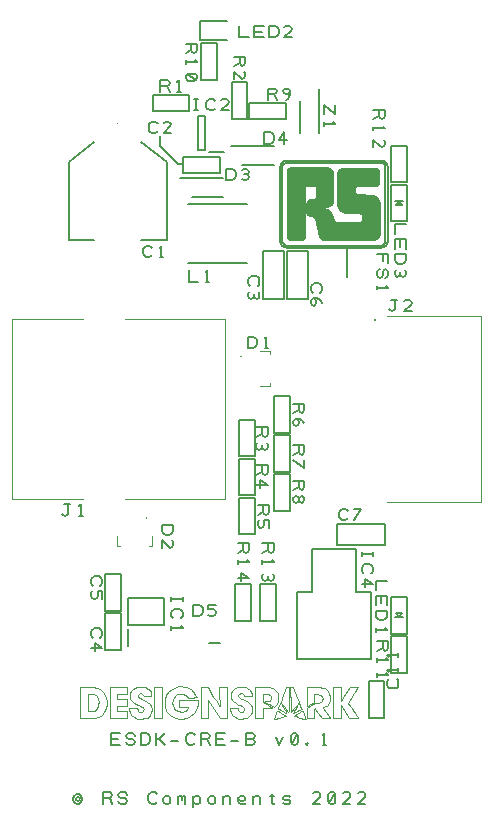
<source format=gbr>
G04 DesignSpark PCB PRO Gerber Version 10.0 Build 5299*
G04 #@! TF.Part,Single*
G04 #@! TF.FileFunction,Legend,Top*
G04 #@! TF.FilePolarity,Positive*
%FSLAX36Y36*%
%MOIN*%
%ADD111C,0.00197*%
%ADD70C,0.00300*%
%ADD71C,0.00394*%
%ADD17C,0.00500*%
%ADD18C,0.00787*%
%ADD19C,0.00800*%
G04 #@! TD.AperFunction*
X0Y0D02*
D02*
D17*
X212598Y1031374D02*
X215724Y1028248D01*
X221972Y1025122D01*
X228224Y1028248D01*
X231350Y1031374D01*
Y1062622D01*
X237598D01*
X231350D02*
X218850D01*
X268850Y1025122D02*
X281350D01*
X275098D02*
Y1062622D01*
X268850Y1056374D01*
X248031Y76992D02*
Y80118D01*
X251157Y89492D01*
X254283Y92618D01*
X260531Y95744D01*
X266783D01*
X273031Y92618D01*
X276157Y89492D01*
X279283Y80118D01*
Y76992D01*
X276157Y70744D01*
X273031Y67618D01*
X266783Y64492D01*
X260531D01*
X254283Y67618D01*
X251157Y70744D01*
X248031Y76992D01*
X269906D02*
X263657Y73870D01*
X257406Y76992D01*
Y83244D01*
X263657Y86370D01*
X269906Y83244D01*
X348031Y64492D02*
Y101992D01*
X369906D01*
X376157Y98870D01*
X379283Y92618D01*
X376157Y86370D01*
X369906Y83244D01*
X348031D01*
X369906D02*
X379283Y64492D01*
X398031Y73870D02*
X401157Y67618D01*
X407406Y64492D01*
X419906D01*
X426157Y67618D01*
X429283Y73870D01*
X426157Y80118D01*
X419906Y83244D01*
X407406D01*
X401157Y86370D01*
X398031Y92618D01*
X401157Y98870D01*
X407406Y101992D01*
X419906D01*
X426157Y98870D01*
X429283Y92618D01*
X529283Y70744D02*
X526157Y67618D01*
X519906Y64492D01*
X510531D01*
X504283Y67618D01*
X501157Y70744D01*
X498031Y76992D01*
Y89492D01*
X501157Y95744D01*
X504283Y98870D01*
X510531Y101992D01*
X519906D01*
X526157Y98870D01*
X529283Y95744D01*
X548031Y73870D02*
X551157Y67618D01*
X557406Y64492D01*
X563657D01*
X569906Y67618D01*
X573031Y73870D01*
Y80118D01*
X569906Y86370D01*
X563657Y89492D01*
X557406D01*
X551157Y86370D01*
X548031Y80118D01*
Y73870D01*
X598031Y64492D02*
Y89492D01*
Y86370D02*
X601157Y89492D01*
X607406D01*
X610531Y86370D01*
Y76992D01*
Y86370D02*
X613657Y89492D01*
X619906D01*
X623031Y86370D01*
Y64492D01*
X648031Y89492D02*
Y55118D01*
Y73870D02*
X651157Y67618D01*
X657406Y64492D01*
X663657D01*
X669906Y67618D01*
X673031Y73870D01*
Y80118D01*
X669906Y86370D01*
X663657Y89492D01*
X657406D01*
X651157Y86370D01*
X648031Y80118D01*
Y73870D01*
X698031D02*
X701157Y67618D01*
X707406Y64492D01*
X713657D01*
X719906Y67618D01*
X723031Y73870D01*
Y80118D01*
X719906Y86370D01*
X713657Y89492D01*
X707406D01*
X701157Y86370D01*
X698031Y80118D01*
Y73870D01*
X748031Y64492D02*
Y89492D01*
Y80118D02*
X751157Y86370D01*
X757406Y89492D01*
X763657D01*
X769906Y86370D01*
X773031Y80118D01*
Y64492D01*
X823031Y67618D02*
X819906Y64492D01*
X813657D01*
X807406D01*
X801157Y67618D01*
X798031Y73870D01*
Y83244D01*
X801157Y86370D01*
X807406Y89492D01*
X813657D01*
X819906Y86370D01*
X823031Y83244D01*
Y80118D01*
X819906Y76992D01*
X813657Y73870D01*
X807406D01*
X801157Y76992D01*
X798031Y80118D01*
X848031Y64492D02*
Y89492D01*
Y80118D02*
X851157Y86370D01*
X857406Y89492D01*
X863657D01*
X869906Y86370D01*
X873031Y80118D01*
Y64492D01*
X903240Y89492D02*
X917823D01*
X910531Y95744D02*
Y67618D01*
X913657Y64492D01*
X916783D01*
X919906Y67618D01*
X948031D02*
X954283Y64492D01*
X966783D01*
X973031Y67618D01*
Y73870D01*
X966783Y76992D01*
X954283D01*
X948031Y80118D01*
Y86370D01*
X954283Y89492D01*
X966783D01*
X973031Y86370D01*
X1073031Y64492D02*
X1048031D01*
X1069906Y86370D01*
X1073031Y92618D01*
X1069906Y98870D01*
X1063657Y101992D01*
X1054283D01*
X1048031Y98870D01*
X1101157Y67618D02*
X1107406Y64492D01*
X1113657D01*
X1119906Y67618D01*
X1123031Y73870D01*
Y92618D01*
X1119906Y98870D01*
X1113657Y101992D01*
X1107406D01*
X1101157Y98870D01*
X1098031Y92618D01*
Y73870D01*
X1101157Y67618D01*
X1119906Y98870D01*
X1173031Y64492D02*
X1148031D01*
X1169906Y86370D01*
X1173031Y92618D01*
X1169906Y98870D01*
X1163657Y101992D01*
X1154283D01*
X1148031Y98870D01*
X1223031Y64492D02*
X1198031D01*
X1219906Y86370D01*
X1223031Y92618D01*
X1219906Y98870D01*
X1213657Y101992D01*
X1204283D01*
X1198031Y98870D01*
X314839Y618354D02*
X311713Y621480D01*
X308587Y627732D01*
Y637106D01*
X311713Y643354D01*
X314839Y646480D01*
X321087Y649606D01*
X333587D01*
X339839Y646480D01*
X342965Y643354D01*
X346087Y637106D01*
Y627732D01*
X342965Y621480D01*
X339839Y618354D01*
X308587Y583980D02*
X346087D01*
X321087Y599606D01*
Y574606D01*
X314839Y791583D02*
X311713Y794709D01*
X308587Y800961D01*
Y810335D01*
X311713Y816583D01*
X314839Y819709D01*
X321087Y822835D01*
X333587D01*
X339839Y819709D01*
X342965Y816583D01*
X346087Y810335D01*
Y800961D01*
X342965Y794709D01*
X339839Y791583D01*
X311713Y772835D02*
X308587Y766583D01*
Y757209D01*
X311713Y750961D01*
X317965Y747835D01*
X321087D01*
X327339Y750961D01*
X330465Y757209D01*
Y772835D01*
X346087D01*
Y747835D01*
X355390Y829217D02*
X408390D01*
Y706217D01*
X355390D01*
Y829217D01*
X374016Y261343D02*
Y298843D01*
X405268D01*
X399016Y280094D02*
X374016D01*
Y261343D02*
X405268D01*
X424016Y270720D02*
X427142Y264469D01*
X433390Y261343D01*
X445890D01*
X452142Y264469D01*
X455268Y270720D01*
X452142Y276969D01*
X445890Y280094D01*
X433390D01*
X427142Y283220D01*
X424016Y289469D01*
X427142Y295720D01*
X433390Y298843D01*
X445890D01*
X452142Y295720D01*
X455268Y289469D01*
X474016Y261343D02*
Y298843D01*
X492768D01*
X499016Y295720D01*
X502142Y292594D01*
X505268Y286343D01*
Y273843D01*
X502142Y267594D01*
X499016Y264469D01*
X492768Y261343D01*
X474016D01*
X524016D02*
Y298843D01*
Y280094D02*
X533390D01*
X555268Y298843D01*
X533390Y280094D02*
X555268Y261343D01*
X574016Y273843D02*
X599016D01*
X655268Y267594D02*
X652142Y264469D01*
X645890Y261343D01*
X636516D01*
X630268Y264469D01*
X627142Y267594D01*
X624016Y273843D01*
Y286343D01*
X627142Y292594D01*
X630268Y295720D01*
X636516Y298843D01*
X645890D01*
X652142Y295720D01*
X655268Y292594D01*
X674016Y261343D02*
Y298843D01*
X695890D01*
X702142Y295720D01*
X705268Y289469D01*
X702142Y283220D01*
X695890Y280094D01*
X674016D01*
X695890D02*
X705268Y261343D01*
X724016D02*
Y298843D01*
X755268D01*
X749016Y280094D02*
X724016D01*
Y261343D02*
X755268D01*
X774016Y273843D02*
X799016D01*
X845890Y280094D02*
X852142Y276969D01*
X855268Y270720D01*
X852142Y264469D01*
X845890Y261343D01*
X824016D01*
Y298843D01*
X845890D01*
X852142Y295720D01*
X855268Y289469D01*
X852142Y283220D01*
X845890Y280094D01*
X824016D01*
X924016Y286343D02*
X936516Y261343D01*
X949016Y286343D01*
X977142Y264469D02*
X983390Y261343D01*
X989642D01*
X995890Y264469D01*
X999016Y270720D01*
Y289469D01*
X995890Y295720D01*
X989642Y298843D01*
X983390D01*
X977142Y295720D01*
X974016Y289469D01*
Y270720D01*
X977142Y264469D01*
X995890Y295720D01*
X1027142Y261343D02*
X1030268Y264469D01*
X1027142Y267594D01*
X1024016Y264469D01*
X1027142Y261343D01*
X1080268D02*
X1092768D01*
X1086516D02*
Y298843D01*
X1080268Y292594D01*
X408390Y576295D02*
X355390D01*
Y699295D01*
X408390D01*
Y576295D01*
X511567Y1893579D02*
X508441Y1890453D01*
X502189Y1887327D01*
X492815D01*
X486567Y1890453D01*
X483441Y1893579D01*
X480315Y1899827D01*
Y1912327D01*
X483441Y1918579D01*
X486567Y1921705D01*
X492815Y1924827D01*
X502189D01*
X508441Y1921705D01*
X511567Y1918579D01*
X536567Y1887327D02*
X549067D01*
X542815D02*
Y1924827D01*
X536567Y1918579D01*
X531252Y2306965D02*
X528126Y2303839D01*
X521874Y2300713D01*
X512500D01*
X506252Y2303839D01*
X503126Y2306965D01*
X500000Y2313213D01*
Y2325713D01*
X503126Y2331965D01*
X506252Y2335091D01*
X512500Y2338213D01*
X521874D01*
X528126Y2335091D01*
X531252Y2331965D01*
X575000Y2300713D02*
X550000D01*
X571874Y2322591D01*
X575000Y2328839D01*
X571874Y2335091D01*
X565626Y2338213D01*
X556252D01*
X550000Y2335091D01*
X513303Y2375075D02*
Y2428075D01*
X636303D01*
Y2375075D01*
X513303D01*
X544807Y992126D02*
X582307D01*
Y973374D01*
X579185Y967126D01*
X576059Y964000D01*
X569807Y960874D01*
X557307D01*
X551059Y964000D01*
X547933Y967126D01*
X544807Y973374D01*
Y992126D01*
Y917126D02*
Y942126D01*
X566685Y920252D01*
X572933Y917126D01*
X579185Y920252D01*
X582307Y926500D01*
Y935874D01*
X579185Y942126D01*
X539370Y2438508D02*
Y2476008D01*
X561244D01*
X567496Y2472886D01*
X570622Y2466634D01*
X567496Y2460386D01*
X561244Y2457260D01*
X539370D01*
X561244D02*
X570622Y2438508D01*
X595622D02*
X608122D01*
X601870D02*
Y2476008D01*
X595622Y2469760D01*
X576303Y754406D02*
Y741906D01*
Y748154D02*
X613803D01*
Y754406D02*
Y741906D01*
X582555Y682528D02*
X579429Y685654D01*
X576303Y691906D01*
Y701280D01*
X579429Y707528D01*
X582555Y710654D01*
X588803Y713780D01*
X601303D01*
X607555Y710654D01*
X610681Y707528D01*
X613803Y701280D01*
Y691906D01*
X610681Y685654D01*
X607555Y682528D01*
X576303Y657528D02*
Y645028D01*
Y651280D02*
X613803D01*
X607555Y657528D01*
X623547Y2598425D02*
X661047D01*
Y2576551D01*
X657925Y2570299D01*
X651673Y2567173D01*
X645425Y2570299D01*
X642299Y2576551D01*
Y2598425D01*
Y2576551D02*
X623547Y2567173D01*
Y2542173D02*
Y2529673D01*
Y2535925D02*
X661047D01*
X654799Y2542173D01*
X626673Y2495299D02*
X623547Y2489051D01*
Y2482799D01*
X626673Y2476551D01*
X632925Y2473425D01*
X651673D01*
X657925Y2476551D01*
X661047Y2482799D01*
Y2489051D01*
X657925Y2495299D01*
X651673Y2498425D01*
X632925D01*
X626673Y2495299D01*
X657925Y2476551D01*
X615665Y2166413D02*
Y2219413D01*
X738665D01*
Y2166413D01*
X615665D01*
X633858Y1842150D02*
Y1804650D01*
X665110D01*
X690110D02*
X702610D01*
X696358D02*
Y1842150D01*
X690110Y1835902D01*
X651106Y2375516D02*
X663606D01*
X657358D02*
Y2413016D01*
X651106D02*
X663606D01*
X722984Y2381768D02*
X719858Y2378642D01*
X713606Y2375516D01*
X704232D01*
X697984Y2378642D01*
X694858Y2381768D01*
X691732Y2388016D01*
Y2400516D01*
X694858Y2406768D01*
X697984Y2409894D01*
X704232Y2413016D01*
X713606D01*
X719858Y2409894D01*
X722984Y2406768D01*
X766732Y2375516D02*
X741732D01*
X763606Y2397394D01*
X766732Y2403642D01*
X763606Y2409894D01*
X757358Y2413016D01*
X747984D01*
X741732Y2409894D01*
X649606Y690476D02*
Y727976D01*
X668358D01*
X674606Y724854D01*
X677732Y721728D01*
X680858Y715476D01*
Y702976D01*
X677732Y696728D01*
X674606Y693602D01*
X668358Y690476D01*
X649606D01*
X699606Y693602D02*
X705858Y690476D01*
X715232D01*
X721480Y693602D01*
X724606Y699854D01*
Y702976D01*
X721480Y709228D01*
X715232Y712354D01*
X699606D01*
Y727976D01*
X724606D01*
X674287Y2600870D02*
X727287D01*
Y2477870D01*
X674287D01*
Y2600870D01*
X759843Y2143232D02*
Y2180732D01*
X778594D01*
X784843Y2177610D01*
X787969Y2174484D01*
X791094Y2168232D01*
Y2155732D01*
X787969Y2149484D01*
X784843Y2146358D01*
X778594Y2143232D01*
X759843D01*
X812969Y2146358D02*
X819217Y2143232D01*
X825469D01*
X831717Y2146358D01*
X834843Y2152610D01*
X831717Y2158858D01*
X825469Y2161984D01*
X819217D01*
X825469D02*
X831717Y2165110D01*
X834843Y2171358D01*
X831717Y2177610D01*
X825469Y2180732D01*
X819217D01*
X812969Y2177610D01*
X784965Y2555118D02*
X822465D01*
Y2533244D01*
X819343Y2526992D01*
X813091Y2523866D01*
X806843Y2526992D01*
X803717Y2533244D01*
Y2555118D01*
Y2533244D02*
X784965Y2523866D01*
Y2480118D02*
Y2505118D01*
X806843Y2483244D01*
X813091Y2480118D01*
X819343Y2483244D01*
X822465Y2489492D01*
Y2498866D01*
X819343Y2505118D01*
X776650Y2470949D02*
X829650D01*
Y2347949D01*
X776650D01*
Y2470949D01*
X796776Y933071D02*
X834276D01*
Y911197D01*
X831154Y904945D01*
X824902Y901819D01*
X818654Y904945D01*
X815528Y911197D01*
Y933071D01*
Y911197D02*
X796776Y901819D01*
Y876819D02*
Y864319D01*
Y870571D02*
X834276D01*
X828028Y876819D01*
X796776Y817445D02*
X834276D01*
X809276Y833071D01*
Y808071D01*
X788461Y797720D02*
X841461D01*
Y674720D01*
X788461D01*
Y797720D01*
X800272Y1085122D02*
X853272D01*
Y962122D01*
X800272D01*
Y1085122D01*
Y1215043D02*
X853272D01*
Y1092043D01*
X800272D01*
Y1215043D01*
Y1344965D02*
X853272D01*
Y1221965D01*
X800272D01*
Y1344965D01*
X803150Y2657110D02*
Y2619610D01*
X834402D01*
X853150D02*
Y2657110D01*
X884402D01*
X878150Y2638362D02*
X853150D01*
Y2619610D02*
X884402D01*
X903150D02*
Y2657110D01*
X921902D01*
X928150Y2653988D01*
X931276Y2650862D01*
X934402Y2644610D01*
Y2632110D01*
X931276Y2625862D01*
X928150Y2622736D01*
X921902Y2619610D01*
X903150D01*
X978150D02*
X953150D01*
X975024Y2641488D01*
X978150Y2647736D01*
X975024Y2653988D01*
X968776Y2657110D01*
X959402D01*
X953150Y2653988D01*
X838461Y1791583D02*
X835335Y1794709D01*
X832209Y1800961D01*
Y1810335D01*
X835335Y1816583D01*
X838461Y1819709D01*
X844709Y1822835D01*
X857209D01*
X863461Y1819709D01*
X866587Y1816583D01*
X869709Y1810335D01*
Y1800961D01*
X866587Y1794709D01*
X863461Y1791583D01*
X835335Y1769709D02*
X832209Y1763461D01*
Y1757209D01*
X835335Y1750961D01*
X841587Y1747835D01*
X847835Y1750961D01*
X850961Y1757209D01*
Y1763461D01*
Y1757209D02*
X854087Y1750961D01*
X860335Y1747835D01*
X866587Y1750961D01*
X869709Y1757209D01*
Y1763461D01*
X866587Y1769709D01*
X830709Y1584177D02*
Y1621677D01*
X849461D01*
X855709Y1618555D01*
X858835Y1615429D01*
X861961Y1609177D01*
Y1596677D01*
X858835Y1590429D01*
X855709Y1587303D01*
X849461Y1584177D01*
X830709D01*
X886961D02*
X899461D01*
X893209D02*
Y1621677D01*
X886961Y1615429D01*
X859768Y1192913D02*
X897268D01*
Y1171039D01*
X894146Y1164787D01*
X887894Y1161661D01*
X881646Y1164787D01*
X878520Y1171039D01*
Y1192913D01*
Y1171039D02*
X859768Y1161661D01*
Y1127287D02*
X897268D01*
X872268Y1142913D01*
Y1117913D01*
X859768Y1318898D02*
X897268D01*
Y1297024D01*
X894146Y1290772D01*
X887894Y1287646D01*
X881646Y1290772D01*
X878520Y1297024D01*
Y1318898D01*
Y1297024D02*
X859768Y1287646D01*
X862894Y1265772D02*
X859768Y1259524D01*
Y1253272D01*
X862894Y1247024D01*
X869146Y1243898D01*
X875394Y1247024D01*
X878520Y1253272D01*
Y1259524D01*
Y1253272D02*
X881646Y1247024D01*
X887894Y1243898D01*
X894146Y1247024D01*
X897268Y1253272D01*
Y1259524D01*
X894146Y1265772D01*
X863705Y1059055D02*
X901205D01*
Y1037181D01*
X898083Y1030929D01*
X891831Y1027803D01*
X885583Y1030929D01*
X882457Y1037181D01*
Y1059055D01*
Y1037181D02*
X863705Y1027803D01*
X866831Y1009055D02*
X863705Y1002803D01*
Y993429D01*
X866831Y987181D01*
X873083Y984055D01*
X876205D01*
X882457Y987181D01*
X885583Y993429D01*
Y1009055D01*
X901205D01*
Y984055D01*
X879453Y933071D02*
X916953D01*
Y911197D01*
X913831Y904945D01*
X907579Y901819D01*
X901331Y904945D01*
X898205Y911197D01*
Y933071D01*
Y911197D02*
X879453Y901819D01*
Y876819D02*
Y864319D01*
Y870571D02*
X916953D01*
X910705Y876819D01*
X882579Y829945D02*
X879453Y823697D01*
Y817445D01*
X882579Y811197D01*
X888831Y808071D01*
X895079Y811197D01*
X898205Y817445D01*
Y823697D01*
Y817445D02*
X901331Y811197D01*
X907579Y808071D01*
X913831Y811197D01*
X916953Y817445D01*
Y823697D01*
X913831Y829945D01*
X871138Y797720D02*
X924138D01*
Y674720D01*
X871138D01*
Y797720D01*
X885827Y2265280D02*
Y2302780D01*
X904579D01*
X910827Y2299657D01*
X913953Y2296531D01*
X917079Y2290280D01*
Y2277780D01*
X913953Y2271531D01*
X910827Y2268406D01*
X904579Y2265280D01*
X885827D01*
X951453D02*
Y2302780D01*
X935827Y2277780D01*
X960827D01*
X897638Y2410949D02*
Y2448449D01*
X919512D01*
X925764Y2445327D01*
X928890Y2439075D01*
X925764Y2432827D01*
X919512Y2429701D01*
X897638D01*
X919512D02*
X928890Y2410949D01*
X957012D02*
X963264Y2414075D01*
X969512Y2420327D01*
X972638Y2429701D01*
Y2439075D01*
X969512Y2445327D01*
X963264Y2448449D01*
X957012D01*
X950764Y2445327D01*
X947638Y2439075D01*
X950764Y2432827D01*
X957012Y2429701D01*
X963264D01*
X969512Y2432827D01*
X972638Y2439075D01*
X918382Y1163862D02*
X971382D01*
Y1040862D01*
X918382D01*
Y1163862D01*
Y1293783D02*
X971382D01*
Y1170783D01*
X918382D01*
Y1293783D01*
Y1423705D02*
X971382D01*
Y1300705D01*
X918382D01*
Y1423705D01*
X952323Y1746772D02*
Y1906772D01*
X882323D01*
Y1746772D01*
X952323D01*
X959138Y2400516D02*
Y2347516D01*
X836138D01*
Y2400516D01*
X959138D01*
X964760Y1953957D02*
Y2170850D01*
X965508Y2176283D01*
X967799Y2180213D01*
X971709Y2182594D01*
X977311Y2183398D01*
X1094189D01*
X1103638Y2181567D01*
X1110661Y2176681D01*
X1115035Y2169665D01*
X1116543Y2161437D01*
Y2075543D01*
X1115024Y2067374D01*
X1110858Y2060783D01*
X1104630Y2056181D01*
X1096933Y2053969D01*
X1090268Y2052500D01*
X1088772Y2050882D01*
X1088307Y2048087D01*
X1088728Y2045906D01*
X1090217Y2044461D01*
X1097717Y2042594D01*
X1101654Y2041622D01*
X1105071Y2039508D01*
X1109484Y2033185D01*
X1118110Y2010043D01*
X1121496Y2003913D01*
X1125118Y2001827D01*
X1131055Y2001024D01*
X1201650D01*
X1207374Y2001807D01*
X1211555Y2004063D01*
X1214114Y2007642D01*
X1214988Y2012398D01*
Y2021024D01*
X1214350Y2025457D01*
X1212240Y2029114D01*
X1208366Y2031669D01*
X1202437Y2032791D01*
X1159685Y2034752D01*
X1148654Y2037602D01*
X1139685Y2043429D01*
X1133654Y2051685D01*
X1131449Y2061815D01*
Y2157512D01*
X1133071Y2168035D01*
X1137673Y2175504D01*
X1144850Y2179961D01*
X1154197Y2181437D01*
X1254598D01*
X1260591Y2180642D01*
X1264598Y2178299D01*
X1266843Y2174488D01*
X1267543Y2169280D01*
Y2137118D01*
X1266776Y2131457D01*
X1264354Y2127409D01*
X1260094Y2124984D01*
X1253815Y2124173D01*
X1199299D01*
X1193984Y2123291D01*
X1190327Y2120941D01*
X1188213Y2117555D01*
X1187531Y2113587D01*
Y2102602D01*
X1188476Y2098583D01*
X1191260Y2095445D01*
X1195807Y2093339D01*
X1202043Y2092406D01*
X1247146Y2089661D01*
X1256736Y2086984D01*
X1264453Y2080886D01*
X1269594Y2072508D01*
X1271465Y2062992D01*
Y1964547D01*
X1270906Y1959488D01*
X1269339Y1955177D01*
X1263866Y1948713D01*
X1256406Y1944969D01*
X1248323Y1943760D01*
X1086736D01*
X1081142Y1944154D01*
X1076685Y1945720D01*
X1073335Y1949055D01*
X1071047Y1954744D01*
X1056929Y2012398D01*
X1055366Y2017091D01*
X1052957Y2020535D01*
X1048709Y2022654D01*
X1041634Y2023378D01*
X1036756Y2024051D01*
X1032906Y2026122D01*
X1030382Y2029665D01*
X1029472Y2034752D01*
Y2064953D01*
X1030228Y2070039D01*
X1032563Y2073579D01*
X1036591Y2075654D01*
X1042417Y2076327D01*
X1050260D01*
X1055059Y2077409D01*
X1058350Y2080295D01*
X1060244Y2084433D01*
X1060850Y2089268D01*
Y2113976D01*
X1060000Y2118673D01*
X1057567Y2122114D01*
X1053736Y2124236D01*
X1048693Y2124961D01*
X1022024D01*
Y1955134D01*
X1020835Y1949717D01*
X1017807Y1946213D01*
X1013748Y1944327D01*
X1009472Y1943760D01*
X976917D01*
X971543Y1944472D01*
X967752Y1946508D01*
X965500Y1949717D01*
X964760Y1953957D01*
G36*
X964760Y1953957D02*
Y2170850D01*
X965508Y2176283D01*
X967799Y2180213D01*
X971709Y2182594D01*
X977311Y2183398D01*
X1094189D01*
X1103638Y2181567D01*
X1110661Y2176681D01*
X1115035Y2169665D01*
X1116543Y2161437D01*
Y2075543D01*
X1115024Y2067374D01*
X1110858Y2060783D01*
X1104630Y2056181D01*
X1096933Y2053969D01*
X1090268Y2052500D01*
X1088772Y2050882D01*
X1088307Y2048087D01*
X1088728Y2045906D01*
X1090217Y2044461D01*
X1097717Y2042594D01*
X1101654Y2041622D01*
X1105071Y2039508D01*
X1109484Y2033185D01*
X1118110Y2010043D01*
X1121496Y2003913D01*
X1125118Y2001827D01*
X1131055Y2001024D01*
X1201650D01*
X1207374Y2001807D01*
X1211555Y2004063D01*
X1214114Y2007642D01*
X1214988Y2012398D01*
Y2021024D01*
X1214350Y2025457D01*
X1212240Y2029114D01*
X1208366Y2031669D01*
X1202437Y2032791D01*
X1159685Y2034752D01*
X1148654Y2037602D01*
X1139685Y2043429D01*
X1133654Y2051685D01*
X1131449Y2061815D01*
Y2157512D01*
X1133071Y2168035D01*
X1137673Y2175504D01*
X1144850Y2179961D01*
X1154197Y2181437D01*
X1254598D01*
X1260591Y2180642D01*
X1264598Y2178299D01*
X1266843Y2174488D01*
X1267543Y2169280D01*
Y2137118D01*
X1266776Y2131457D01*
X1264354Y2127409D01*
X1260094Y2124984D01*
X1253815Y2124173D01*
X1199299D01*
X1193984Y2123291D01*
X1190327Y2120941D01*
X1188213Y2117555D01*
X1187531Y2113587D01*
Y2102602D01*
X1188476Y2098583D01*
X1191260Y2095445D01*
X1195807Y2093339D01*
X1202043Y2092406D01*
X1247146Y2089661D01*
X1256736Y2086984D01*
X1264453Y2080886D01*
X1269594Y2072508D01*
X1271465Y2062992D01*
Y1964547D01*
X1270906Y1959488D01*
X1269339Y1955177D01*
X1263866Y1948713D01*
X1256406Y1944969D01*
X1248323Y1943760D01*
X1086736D01*
X1081142Y1944154D01*
X1076685Y1945720D01*
X1073335Y1949055D01*
X1071047Y1954744D01*
X1056929Y2012398D01*
X1055366Y2017091D01*
X1052957Y2020535D01*
X1048709Y2022654D01*
X1041634Y2023378D01*
X1036756Y2024051D01*
X1032906Y2026122D01*
X1030382Y2029665D01*
X1029472Y2034752D01*
Y2064953D01*
X1030228Y2070039D01*
X1032563Y2073579D01*
X1036591Y2075654D01*
X1042417Y2076327D01*
X1050260D01*
X1055059Y2077409D01*
X1058350Y2080295D01*
X1060244Y2084433D01*
X1060850Y2089268D01*
Y2113976D01*
X1060000Y2118673D01*
X1057567Y2122114D01*
X1053736Y2124236D01*
X1048693Y2124961D01*
X1022024D01*
Y1955134D01*
X1020835Y1949717D01*
X1017807Y1946213D01*
X1013748Y1944327D01*
X1009472Y1943760D01*
X976917D01*
X971543Y1944472D01*
X967752Y1946508D01*
X965500Y1949717D01*
X964760Y1953957D01*
G37*
X981815Y1141732D02*
X1019315D01*
Y1119858D01*
X1016193Y1113606D01*
X1009941Y1110480D01*
X1003693Y1113606D01*
X1000567Y1119858D01*
Y1141732D01*
Y1119858D02*
X981815Y1110480D01*
X1000567Y1082358D02*
Y1076106D01*
X1003693Y1069858D01*
X1009941Y1066732D01*
X1016193Y1069858D01*
X1019315Y1076106D01*
Y1082358D01*
X1016193Y1088606D01*
X1009941Y1091732D01*
X1003693Y1088606D01*
X1000567Y1082358D01*
X997441Y1088606D01*
X991193Y1091732D01*
X984941Y1088606D01*
X981815Y1082358D01*
Y1076106D01*
X984941Y1069858D01*
X991193Y1066732D01*
X997441Y1069858D01*
X1000567Y1076106D01*
X981815Y1259843D02*
X1019315D01*
Y1237969D01*
X1016193Y1231717D01*
X1009941Y1228591D01*
X1003693Y1231717D01*
X1000567Y1237969D01*
Y1259843D01*
Y1237969D02*
X981815Y1228591D01*
Y1209843D02*
X1019315Y1184843D01*
Y1209843D01*
X981815Y1397638D02*
X1019315D01*
Y1375764D01*
X1016193Y1369512D01*
X1009941Y1366386D01*
X1003693Y1369512D01*
X1000567Y1375764D01*
Y1397638D01*
Y1375764D02*
X981815Y1366386D01*
X991193Y1347638D02*
X997441Y1344512D01*
X1000567Y1338264D01*
Y1332012D01*
X997441Y1325764D01*
X991193Y1322638D01*
X984941Y1325764D01*
X981815Y1332012D01*
Y1338264D01*
X984941Y1344512D01*
X991193Y1347638D01*
X1000567D01*
X1009941Y1344512D01*
X1016193Y1338264D01*
X1019315Y1332012D01*
X996063Y771654D02*
Y547244D01*
X1240157D01*
X996063Y771654D02*
X1043307D01*
Y913386D01*
X1031063Y1746772D02*
Y1906772D01*
X961063D01*
Y1746772D01*
X1031063D01*
X1047122Y1767961D02*
X1043996Y1771087D01*
X1040870Y1777339D01*
Y1786713D01*
X1043996Y1792961D01*
X1047122Y1796087D01*
X1053370Y1799213D01*
X1065870D01*
X1072122Y1796087D01*
X1075248Y1792961D01*
X1078370Y1786713D01*
Y1777339D01*
X1075248Y1771087D01*
X1072122Y1767961D01*
X1050248Y1749213D02*
X1056496Y1746087D01*
X1059622Y1739839D01*
Y1733587D01*
X1056496Y1727339D01*
X1050248Y1724213D01*
X1043996Y1727339D01*
X1040870Y1733587D01*
Y1739839D01*
X1043996Y1746087D01*
X1050248Y1749213D01*
X1059622D01*
X1068996Y1746087D01*
X1075248Y1739839D01*
X1078370Y1733587D01*
X1121677Y2393701D02*
Y2362449D01*
X1084177Y2393701D01*
Y2362449D01*
Y2337449D02*
Y2324949D01*
Y2331201D02*
X1121677D01*
X1115429Y2337449D01*
X1128661Y925630D02*
X1288661D01*
Y995630D01*
X1128661D01*
Y925630D01*
X1165110Y1015626D02*
X1161984Y1012500D01*
X1155732Y1009374D01*
X1146358D01*
X1140110Y1012500D01*
X1136984Y1015626D01*
X1133858Y1021874D01*
Y1034374D01*
X1136984Y1040626D01*
X1140110Y1043752D01*
X1146358Y1046874D01*
X1155732D01*
X1161984Y1043752D01*
X1165110Y1040626D01*
X1183858Y1009374D02*
X1208858Y1046874D01*
X1183858D01*
X1192913Y913386D02*
X1043307D01*
X1210161Y904012D02*
Y891512D01*
Y897760D02*
X1247661D01*
Y904012D02*
Y891512D01*
X1216413Y832134D02*
X1213287Y835260D01*
X1210161Y841512D01*
Y850886D01*
X1213287Y857134D01*
X1216413Y860260D01*
X1222661Y863386D01*
X1235161D01*
X1241413Y860260D01*
X1244539Y857134D01*
X1247661Y850886D01*
Y841512D01*
X1244539Y835260D01*
X1241413Y832134D01*
X1210161Y797760D02*
X1247661D01*
X1222661Y813386D01*
Y788386D01*
X1233343Y474886D02*
X1286343D01*
Y351886D01*
X1233343D01*
Y474886D01*
X1240157Y547244D02*
Y771654D01*
X1192913D01*
Y913386D01*
X1249531Y2377953D02*
X1287031D01*
Y2356079D01*
X1283909Y2349827D01*
X1277657Y2346701D01*
X1271409Y2349827D01*
X1268283Y2356079D01*
Y2377953D01*
Y2356079D02*
X1249531Y2346701D01*
Y2321701D02*
Y2309201D01*
Y2315453D02*
X1287031D01*
X1280783Y2321701D01*
X1249531Y2252953D02*
Y2277953D01*
X1271409Y2256079D01*
X1277657Y2252953D01*
X1283909Y2256079D01*
X1287031Y2262327D01*
Y2271701D01*
X1283909Y2277953D01*
X1294906Y807087D02*
X1257406D01*
Y775835D01*
Y757087D02*
X1294906D01*
Y725835D01*
X1276157Y732087D02*
Y757087D01*
X1257406D02*
Y725835D01*
Y707087D02*
X1294906D01*
Y688335D01*
X1291783Y682087D01*
X1288657Y678961D01*
X1282406Y675835D01*
X1269906D01*
X1263657Y678961D01*
X1260531Y682087D01*
X1257406Y688335D01*
Y707087D01*
Y650835D02*
Y638335D01*
Y644587D02*
X1294906D01*
X1288657Y650835D01*
X1261343Y606299D02*
X1298843D01*
Y584425D01*
X1295720Y578173D01*
X1289469Y575047D01*
X1283220Y578173D01*
X1280094Y584425D01*
Y606299D01*
Y584425D02*
X1261343Y575047D01*
Y550047D02*
Y537547D01*
Y543799D02*
X1298843D01*
X1292594Y550047D01*
X1261343Y500047D02*
Y487547D01*
Y493799D02*
X1298843D01*
X1292594Y500047D01*
X1261343Y1897638D02*
X1298843D01*
Y1866386D01*
X1280094Y1872638D02*
Y1897638D01*
X1270720Y1847638D02*
X1264469Y1844512D01*
X1261343Y1838264D01*
Y1825764D01*
X1264469Y1819512D01*
X1270720Y1816386D01*
X1276969Y1819512D01*
X1280094Y1825764D01*
Y1838264D01*
X1283220Y1844512D01*
X1289469Y1847638D01*
X1295720Y1844512D01*
X1298843Y1838264D01*
Y1825764D01*
X1295720Y1819512D01*
X1289469Y1816386D01*
X1261343Y1791386D02*
Y1778886D01*
Y1785138D02*
X1298843D01*
X1292594Y1791386D01*
X1303150Y1712476D02*
X1306276Y1709350D01*
X1312524Y1706224D01*
X1318776Y1709350D01*
X1321902Y1712476D01*
Y1743724D01*
X1328150D01*
X1321902D02*
X1309402D01*
X1378150Y1706224D02*
X1353150D01*
X1375024Y1728102D01*
X1378150Y1734350D01*
X1375024Y1740602D01*
X1368776Y1743724D01*
X1359402D01*
X1353150Y1740602D01*
X1308146Y2128429D02*
X1361146D01*
Y2005429D01*
X1308146D01*
Y2128429D01*
Y2258350D02*
X1361146D01*
Y2135350D01*
X1308146D01*
Y2258350D01*
X1357898Y1996063D02*
X1320398D01*
Y1964811D01*
Y1946063D02*
X1357898D01*
Y1914811D01*
X1339150Y1921063D02*
Y1946063D01*
X1320398D02*
Y1914811D01*
Y1896063D02*
X1357898D01*
Y1877311D01*
X1354776Y1871063D01*
X1351650Y1867937D01*
X1345398Y1864811D01*
X1332898D01*
X1326650Y1867937D01*
X1323524Y1871063D01*
X1320398Y1877311D01*
Y1896063D01*
X1323524Y1842937D02*
X1320398Y1836689D01*
Y1830437D01*
X1323524Y1824189D01*
X1329776Y1821063D01*
X1336024Y1824189D01*
X1339150Y1830437D01*
Y1836689D01*
Y1830437D02*
X1342276Y1824189D01*
X1348524Y1821063D01*
X1354776Y1824189D01*
X1357898Y1830437D01*
Y1836689D01*
X1354776Y1842937D01*
X1322146Y2074429D02*
X1347146D01*
X1324646Y2059429D02*
X1334646Y2071929D01*
X1344646Y2059429D01*
X1324646D01*
X1326894Y480071D02*
X1330020Y476945D01*
X1333146Y470693D01*
Y461319D01*
X1330020Y455071D01*
X1326894Y451945D01*
X1320646Y448819D01*
X1308146D01*
X1301894Y451945D01*
X1298768Y455071D01*
X1295646Y461319D01*
Y470693D01*
X1298768Y476945D01*
X1301894Y480071D01*
X1333146Y505071D02*
Y517571D01*
Y511319D02*
X1295646D01*
X1301894Y505071D01*
X1333146Y555071D02*
Y567571D01*
Y561319D02*
X1295646D01*
X1301894Y555071D01*
X1344646Y700413D02*
X1334646Y687913D01*
X1324646Y700413D01*
X1344646D01*
X1347146Y685413D02*
X1322146D01*
X1361146Y501492D02*
X1308146D01*
Y624492D01*
X1361146D01*
Y501492D01*
Y631413D02*
X1308146D01*
Y754413D01*
X1361146D01*
Y631413D01*
D02*
D18*
X318898Y2269685D02*
X234252Y2204724D01*
Y1942913D01*
X318898D01*
X433071Y590551D02*
Y645669D01*
Y659449D02*
Y750000D01*
X551181D01*
Y659449D01*
X433071D01*
X476378Y2269685D02*
X561024Y2204724D01*
Y1942913D01*
X476378D01*
X605315Y2149606D02*
X749803D01*
X614173Y2196850D02*
X598425D01*
X539370Y2255906D01*
Y2291339D01*
X629921Y1866142D02*
X826772D01*
X643898Y2086614D02*
X749803D01*
X687992Y2242126D02*
X666339D01*
Y2356299D01*
X687992D01*
Y2242126D01*
X738189Y600394D02*
X702756D01*
X750984Y2236220D02*
X701772D01*
X761811Y2674213D02*
X670276D01*
Y2609252D01*
X761811D01*
X774606Y2255906D02*
X919094D01*
X813189Y2192913D02*
X919094D01*
X826772Y2062992D02*
X629921D01*
X1003937Y2407283D02*
Y2301378D01*
X1066929Y2445866D02*
Y2301378D01*
X1161417Y1912913D02*
Y1819370D01*
X1255906Y1679134D02*
G75*
G02*
Y1675197I0J-1969D01*
G01*
Y1679134D02*
G75*
G02*
Y1675197I0J-1969D01*
G01*
G75*
G02*
Y1679134I0J1969D01*
G01*
D02*
D19*
X1274209Y1917378D02*
X1282953Y1919142D01*
X1290094Y1923957D01*
X1294906Y1931094D01*
X1296673Y1939839D01*
Y2186142D01*
X1294906Y2194886D01*
X1290094Y2202028D01*
X1282953Y2206843D01*
X1274209Y2208606D01*
X962016D01*
X953272Y2206843D01*
X946130Y2202028D01*
X941315Y2194886D01*
X939551Y2186142D01*
Y1939839D01*
X941315Y1931094D01*
X946130Y1923957D01*
X953272Y1919142D01*
X962016Y1917378D01*
X1274209D01*
X1289740Y2186150D02*
X1288520Y2192193D01*
X1285193Y2197130D01*
X1280256Y2200457D01*
X1274209Y2201677D01*
X962016D01*
X955969Y2200457D01*
X951031Y2197130D01*
X947705Y2192193D01*
X946484Y2186150D01*
Y1939846D01*
X947705Y1933799D01*
X951031Y1928862D01*
X955969Y1925535D01*
X962016Y1924315D01*
X1274209D01*
X1280256Y1925535D01*
X1285189Y1928862D01*
X1288520Y1933799D01*
X1289740Y1939846D01*
Y2186150D01*
D02*
D70*
X269902Y349512D02*
Y453768D01*
X296433Y453343D01*
X299996Y453287D01*
X310709Y453051D01*
X319563Y452614D01*
X325020Y451870D01*
X328126Y451004D01*
X329142Y450630D01*
X332665Y449327D01*
X342480Y443240D01*
X352157Y432378D01*
X358063Y418260D01*
X360059Y405378D01*
Y396870D01*
X358244Y384236D01*
X352756Y370681D01*
X343476Y360256D01*
X333787Y354189D01*
X330315Y352803D01*
X329303Y352409D01*
X326173Y351425D01*
X320866Y350626D01*
X311945Y350197D01*
X300713Y349961D01*
X296976Y349909D01*
X269902Y349512D01*
X316378Y373854D02*
X318205Y374354D01*
X323374Y376980D01*
X328445Y382043D01*
X331661Y389165D01*
X332976Y396118D01*
X333106Y398449D01*
X333295Y401984D01*
X331953Y412685D01*
X326665Y422713D01*
X317106Y428654D01*
X306685Y430606D01*
X297240D01*
Y372646D01*
X304634Y372657D01*
X306256D01*
X311126Y373020D01*
X315772Y373693D01*
X316378Y373854D01*
X370516Y349685D02*
Y453579D01*
X428472D01*
Y430669D01*
X412350Y430362D01*
X396224Y430059D01*
X395898Y422138D01*
X395571Y414201D01*
X427386D01*
Y390142D01*
X395579D01*
X395898Y381669D01*
X396224Y373193D01*
X412350Y372890D01*
X428472Y372583D01*
Y349685D01*
X370516D01*
X460996Y348614D02*
X458366Y349276D01*
X450945Y352965D01*
X443083Y359988D01*
X437957Y369047D01*
X436134Y376823D01*
Y383583D01*
X451020D01*
X456551Y383539D01*
X460524Y383252D01*
X462268Y382516D01*
X462823Y381488D01*
X462929Y381126D01*
X463366Y379575D01*
X465598Y374248D01*
X468461Y371260D01*
X469220Y370862D01*
X469965Y370476D01*
X472508Y369846D01*
X475657Y370063D01*
X478496Y371299D01*
X480846Y373339D01*
X482504Y375976D01*
X483303Y379000D01*
X483059Y382185D01*
X482075Y384638D01*
X481594Y385335D01*
X481374Y385642D01*
X479961Y386657D01*
X476681Y388579D01*
X472240Y390866D01*
X468398Y392673D01*
X467102Y393236D01*
X463539Y394795D01*
X453185Y400232D01*
X444240Y407185D01*
X439453Y414949D01*
X438039Y422031D01*
Y426579D01*
X439165Y433169D01*
X442626Y440579D01*
X448500Y446752D01*
X454693Y450799D01*
X456906Y451835D01*
X457921Y452319D01*
X461028Y453654D01*
X464551Y454665D01*
X468630Y455114D01*
X472969Y455201D01*
X475799D01*
X479984Y455094D01*
X484012Y454689D01*
X487331Y453835D01*
X489972Y452787D01*
X490823Y452382D01*
X492669Y451516D01*
X497882Y448110D01*
X503287Y442685D01*
X506980Y436157D01*
X508689Y430508D01*
X508949Y428575D01*
X509685Y422949D01*
X483327D01*
X482067Y426791D01*
X481693Y427902D01*
X478949Y431461D01*
X474504Y432795D01*
X471866D01*
X468398Y431311D01*
X465339Y427720D01*
X464484Y423311D01*
X465713Y420075D01*
X466484Y419382D01*
X466740Y419146D01*
X468331Y418185D01*
X471953Y416189D01*
X476835Y413665D01*
X481031Y411594D01*
X482441Y410909D01*
X485921Y409236D01*
X496091Y403543D01*
X504504Y396555D01*
X508756Y388689D01*
X509917Y381169D01*
Y378661D01*
X509909Y376287D01*
X508819Y369177D01*
X505520Y361402D01*
X499921Y355197D01*
X494059Y351370D01*
X491965Y350429D01*
X490547Y349803D01*
X485720Y348839D01*
X476992Y347909D01*
X468008Y347791D01*
X462681Y348189D01*
X460996Y348614D01*
X517063Y349685D02*
Y453579D01*
X544406D01*
Y349685D01*
X517063D01*
X592634Y349224D02*
X589898Y349961D01*
X582028Y353370D01*
X572598Y359669D01*
X564618Y367913D01*
X559654Y375232D01*
X558362Y377839D01*
X557689Y379193D01*
X555780Y383295D01*
X554343Y387469D01*
X553654Y392028D01*
X553374Y396976D01*
X553323Y398618D01*
X553224Y401012D01*
X553429Y408189D01*
X554610Y416315D01*
X557016Y423524D01*
X559697Y428736D01*
X560756Y430362D01*
X564138Y435571D01*
X579307Y447961D01*
X602965Y455299D01*
X627728Y452039D01*
X645224Y442429D01*
X649654Y437858D01*
X650575Y436906D01*
X652996Y433673D01*
X656480Y428244D01*
X659213Y423087D01*
X660323Y420555D01*
Y419500D01*
X656469Y418878D01*
X648327Y418579D01*
X630909D01*
X628028Y422350D01*
X626799Y423953D01*
X621780Y427720D01*
X613567Y430917D01*
X604673Y431661D01*
X598252Y430531D01*
X596350Y429654D01*
X595035Y429067D01*
X591437Y426567D01*
X586972Y422157D01*
X583331Y416925D01*
X581378Y412803D01*
X580961Y411358D01*
X580299Y409094D01*
X579669Y401878D01*
X580953Y392331D01*
X584520Y383709D01*
X588480Y378382D01*
X590134Y377004D01*
X592134Y375350D01*
X599512Y372016D01*
X609945Y370874D01*
X620051Y373480D01*
X626756Y377803D01*
X628445Y379724D01*
X629268Y380677D01*
X631543Y383720D01*
X631240Y385854D01*
X626563Y386713D01*
X619063Y386862D01*
X601276D01*
Y408732D01*
X663602D01*
Y397720D01*
X660665Y384201D01*
X652453Y368579D01*
X639819Y356520D01*
X627878Y350272D01*
X623650Y349169D01*
X621906Y348720D01*
X616535Y348008D01*
X608091Y347634D01*
X599661Y348039D01*
X594343Y348768D01*
X592634Y349224D01*
X673449Y349685D02*
Y453642D01*
X685142Y453331D01*
X696827Y453024D01*
X716264Y421441D01*
X718157Y418366D01*
X723854Y409138D01*
X730189Y398949D01*
X734591Y391945D01*
X736299Y389283D01*
X736406Y389189D01*
X736618Y391496D01*
X736673Y398264D01*
X736567Y408465D01*
X736394Y417898D01*
X736319Y421035D01*
X735520Y453579D01*
X760937D01*
Y349610D01*
X737421Y350228D01*
X718283Y380783D01*
X699142Y411350D01*
X698567Y349685D01*
X673449D01*
X798563Y348551D02*
X795744Y349161D01*
X787646Y352693D01*
X779220Y359618D01*
X773795Y368728D01*
X771874Y376736D01*
Y383583D01*
X797846D01*
X798531Y379311D01*
X798681Y378358D01*
X799866Y375583D01*
X802354Y372409D01*
X805567Y370201D01*
X808185Y369366D01*
X809854D01*
X812244Y370189D01*
X815051Y371803D01*
X815535Y372197D01*
X816205Y372772D01*
X818224Y375327D01*
X818898Y378346D01*
Y380327D01*
X818280Y383228D01*
X815929Y386409D01*
X811091Y389563D01*
X805067Y392457D01*
X803035Y393343D01*
X799843Y394732D01*
X790543Y399465D01*
X782051Y405378D01*
X776799Y411819D01*
X774417Y417504D01*
X774000Y419465D01*
X773626Y421228D01*
X773433Y426697D01*
X774854Y433583D01*
X778197Y439992D01*
X781976Y444488D01*
X783429Y445760D01*
X786016Y448035D01*
X795657Y452732D01*
X809819Y455094D01*
X823713Y452831D01*
X832823Y448205D01*
X835161Y445929D01*
X836583Y444551D01*
X841303Y438047D01*
X843559Y430669D01*
X843748Y428843D01*
X844358Y422949D01*
X819390D01*
X817232Y427594D01*
X816823Y428457D01*
X814783Y431425D01*
X812276Y433008D01*
X811646Y433181D01*
X810469Y433512D01*
X806571Y433157D01*
X802311Y430776D01*
X799760Y426846D01*
X799437Y423248D01*
X799803Y422201D01*
X799972Y421701D01*
X800976Y420323D01*
X803732Y418154D01*
X808835Y415193D01*
X815008Y411969D01*
X817083Y410921D01*
X820807Y409043D01*
X831669Y402677D01*
X840386Y395094D01*
X844390Y386669D01*
X845063Y378594D01*
X844882Y375925D01*
X844807Y374878D01*
X843878Y369539D01*
X842406Y364957D01*
X842075Y364283D01*
X841484Y363142D01*
X839157Y359969D01*
X835150Y355933D01*
X830496Y352559D01*
X826874Y350646D01*
X825602Y350197D01*
X824197Y349705D01*
X819740Y348862D01*
X812213Y348083D01*
X804618Y347945D01*
X800035Y348244D01*
X798563Y348551D01*
X856087Y349685D02*
Y453823D01*
X881516Y453331D01*
X884953Y453268D01*
X895280Y453000D01*
X903768Y452531D01*
X909012Y451740D01*
X912067Y450835D01*
X913063Y450449D01*
X914941Y449724D01*
X923110Y444043D01*
X929390Y435870D01*
X930331Y433886D01*
X930728Y433039D01*
X931791Y430433D01*
X932661Y427189D01*
X933063Y423319D01*
X933161Y419346D01*
Y418024D01*
X933150Y416720D01*
X933031Y412780D01*
X932606Y408882D01*
X931740Y405583D01*
X930693Y402953D01*
X930299Y402102D01*
X929732Y400894D01*
X927587Y397476D01*
X924063Y392886D01*
X920610Y389370D01*
X918756Y387961D01*
X917709D01*
X916425Y388634D01*
X912535Y390449D01*
X907035Y393150D01*
X902146Y395606D01*
X900535Y396429D01*
X883969Y404909D01*
X893122Y405496D01*
X894402Y405583D01*
X898248Y405925D01*
X901390Y406531D01*
X903461Y407665D01*
X904969Y409106D01*
X905425Y409618D01*
X906031Y410303D01*
X907913Y413402D01*
X908575Y416776D01*
Y419358D01*
X907453Y423717D01*
X903941Y427650D01*
X897756Y429890D01*
X890902Y430606D01*
X888614D01*
X881236Y430614D01*
Y404878D01*
X897031Y395051D01*
X898535Y394114D01*
X903087Y391260D01*
X907390Y388398D01*
X909909Y386327D01*
X910606Y384898D01*
X909449Y383976D01*
X906417Y383402D01*
X901484Y383047D01*
X896335Y382823D01*
X894626Y382748D01*
X881236Y382224D01*
Y349685D01*
X856087D01*
X917665Y348862D02*
X917866Y349354D01*
X919937Y354425D01*
X922756Y361378D01*
X923335Y362799D01*
X923909Y364228D01*
X926539Y370413D01*
X928217Y373992D01*
X928335Y374106D01*
X928429Y374236D01*
X929720Y373776D01*
X932949Y372197D01*
X937528Y369614D01*
X941618Y367146D01*
X942976Y366291D01*
X956827Y357543D01*
X953205Y356413D01*
X952012Y356039D01*
X948445Y354929D01*
X942846Y353197D01*
X936846Y351350D01*
X930906Y349543D01*
X925472Y347902D01*
X920984Y346555D01*
X917909Y345646D01*
X916980Y345303D01*
X916681D01*
X916768Y346350D01*
X917461Y348382D01*
X917665Y348862D01*
X945484Y373256D02*
X944118Y373949D01*
X940071Y376118D01*
X935626Y378661D01*
X932638Y380622D01*
X931535Y381445D01*
Y382543D01*
X932650Y385012D01*
X935693Y392969D01*
X940185Y404386D01*
X944287Y414661D01*
X945677Y418067D01*
X959819Y453024D01*
X964398Y453366D01*
X968969Y453705D01*
X968181Y416189D01*
X968094Y412472D01*
X967807Y401299D01*
X967409Y388484D01*
X967016Y379126D01*
X966780Y375134D01*
X966685Y374567D01*
X965992Y370476D01*
X955075Y384224D01*
X953996Y385579D01*
X950752Y389614D01*
X947055Y394134D01*
X944374Y397295D01*
X943256Y398543D01*
X943114Y398630D01*
X943594Y396870D01*
X945654Y392744D01*
X946232Y391697D01*
X947736Y388976D01*
X952236Y380752D01*
X956559Y372720D01*
X959110Y367799D01*
X959807Y366142D01*
X959756Y366154D01*
X958555Y366728D01*
X955441Y368256D01*
X950921Y370520D01*
X946843Y372571D01*
X945484Y373256D01*
X986366Y375657D02*
X987008Y376823D01*
X990843Y383732D01*
X994516Y390268D01*
X995071Y391240D01*
X995626Y392220D01*
X997795Y396398D01*
X998736Y398748D01*
X998618Y398866D01*
X997925D01*
X997882Y398803D01*
X997827Y398748D01*
X996823Y397488D01*
X994228Y394240D01*
X990488Y389551D01*
X987118Y385311D01*
X985992Y383906D01*
X974472Y369472D01*
X973768Y401406D01*
X973689Y404709D01*
X973437Y414606D01*
X973059Y426933D01*
X972709Y437012D01*
X972484Y442063D01*
X972398Y443453D01*
X971744Y453579D01*
X981370D01*
X995969Y417449D01*
X997378Y413945D01*
X1001594Y403394D01*
X1006146Y391815D01*
X1009157Y383933D01*
X1010205Y380988D01*
X1010150Y380933D01*
X1009961Y380764D01*
X1008760Y380146D01*
X1005571Y378488D01*
X1001181Y376276D01*
X996205Y373799D01*
X991217Y371354D01*
X986846Y369228D01*
X983677Y367744D01*
X982661Y367177D01*
X982331D01*
X983248Y369677D01*
X985717Y374492D01*
X986366Y375657D01*
X1004492Y351287D02*
X1002697Y351854D01*
X997315Y353571D01*
X991386Y355504D01*
X987295Y356894D01*
X985740Y357461D01*
X985685Y357512D01*
X986579Y358358D01*
X989382Y360331D01*
X993638Y363154D01*
X997594Y365681D01*
X998917Y366504D01*
X1000240Y367339D01*
X1004244Y369803D01*
X1008677Y372453D01*
X1011732Y374161D01*
X1012906Y374740D01*
X1012961Y374677D01*
X1013130Y374492D01*
X1013646Y373287D01*
X1015043Y370063D01*
X1016902Y365606D01*
X1018984Y360547D01*
X1021024Y355472D01*
X1022783Y350984D01*
X1024028Y347720D01*
X1024492Y346618D01*
Y346083D01*
X1024248Y345583D01*
X1022189Y345858D01*
X1016272Y347591D01*
X1007429Y350370D01*
X1004492Y351287D01*
X1027783Y349685D02*
Y384512D01*
X1041283Y392799D01*
X1043193Y393984D01*
X1049004Y397457D01*
X1053843Y399933D01*
X1057465Y400906D01*
X1060528Y401075D01*
X1063016D01*
X1067429Y401547D01*
X1071559Y402445D01*
X1072083Y402657D01*
X1073354Y403189D01*
X1076665Y406075D01*
X1079465Y411201D01*
X1080189Y417169D01*
X1079240Y421764D01*
X1078555Y423087D01*
X1077945Y424272D01*
X1071933Y428598D01*
X1062591Y430583D01*
X1060315D01*
X1052937Y430606D01*
Y402185D01*
X1040921Y396161D01*
X1039748Y395575D01*
X1036213Y393835D01*
X1032268Y391913D01*
X1029512Y390622D01*
X1028638Y390142D01*
X1028283D01*
X1028126Y392661D01*
X1027945Y399496D01*
X1027827Y409618D01*
X1027783Y418890D01*
Y453803D01*
X1052657Y453311D01*
X1056862Y453236D01*
X1069500Y452744D01*
X1080276Y451571D01*
X1087291Y449346D01*
X1091563Y446689D01*
X1092843Y445634D01*
X1095441Y443496D01*
X1101291Y434709D01*
X1104976Y421122D01*
X1103685Y407067D01*
X1099437Y397327D01*
X1097256Y394732D01*
X1096551Y393909D01*
X1094008Y391807D01*
X1089622Y388902D01*
X1085220Y386669D01*
X1082764Y385772D01*
X1081524D01*
X1080276Y384917D01*
Y384201D01*
X1081299Y382898D01*
X1084130Y379031D01*
X1088295Y373606D01*
X1092110Y368780D01*
X1093402Y367177D01*
X1094669Y365598D01*
X1098496Y360803D01*
X1102657Y355484D01*
X1105476Y351787D01*
X1106516Y350654D01*
Y350177D01*
X1102244Y349854D01*
X1094551Y349685D01*
X1077465D01*
X1066220Y365512D01*
X1065110Y367071D01*
X1061768Y371717D01*
X1057972Y376886D01*
X1055232Y380496D01*
X1054098Y381894D01*
X1053961Y381980D01*
X1053213Y377945D01*
X1052937Y369098D01*
Y349685D01*
X1027783D01*
X1114173Y349673D02*
Y453579D01*
X1140382D01*
X1140669Y429921D01*
X1140969Y406264D01*
X1155728Y429890D01*
X1170500Y453524D01*
X1183890Y453543D01*
X1185728Y453555D01*
X1193354Y453406D01*
X1197295Y453118D01*
Y452469D01*
X1195957Y450799D01*
X1192327Y445185D01*
X1186957Y437012D01*
X1182043Y429602D01*
X1180398Y427134D01*
X1163504Y401799D01*
X1165457Y398980D01*
X1165724Y398598D01*
X1167421Y396161D01*
X1171331Y390567D01*
X1176618Y383004D01*
X1181189Y376469D01*
X1182713Y374291D01*
X1184209Y372146D01*
X1188717Y365693D01*
X1193748Y358441D01*
X1197295Y353315D01*
X1198693Y351244D01*
X1198811Y351051D01*
X1198850Y350969D01*
X1198488Y350390D01*
X1196299Y349972D01*
X1191795Y349748D01*
X1186327Y349685D01*
X1169398D01*
X1140969Y394945D01*
X1140669Y372315D01*
X1140382Y349673D01*
X1114173D01*
D02*
D71*
X282283Y1680118D02*
X46063D01*
Y1080118D01*
X282283D01*
X405512Y923228D02*
X395276D01*
Y956693D01*
X420079Y1680118D02*
X754724D01*
Y1080118D01*
X420079D01*
X492126Y1015748D02*
Y1019685D02*
G75*
G03*
Y1015748I0J-1969D01*
G01*
Y1019685D02*
G75*
G02*
Y1015748I0J-1969D01*
G01*
X510236Y956693D02*
Y923228D01*
X500000D01*
X807087Y1555118D02*
G75*
G03*
X811024I1969J0D01*
G01*
X807087D02*
G75*
G02*
X811024I1969J0D01*
G01*
X870079Y1573228D02*
X903543D01*
Y1562992D01*
Y1468504D02*
Y1458268D01*
X870079D01*
X1294291Y1691929D02*
X1609646D01*
Y1071850D01*
X1294291D01*
D02*
D111*
X397638Y2329724D02*
G75*
G03*
Y2331693I0J984D01*
G01*
Y2329724D02*
G75*
G02*
Y2331693I0J984D01*
G01*
X0Y0D02*
M02*

</source>
